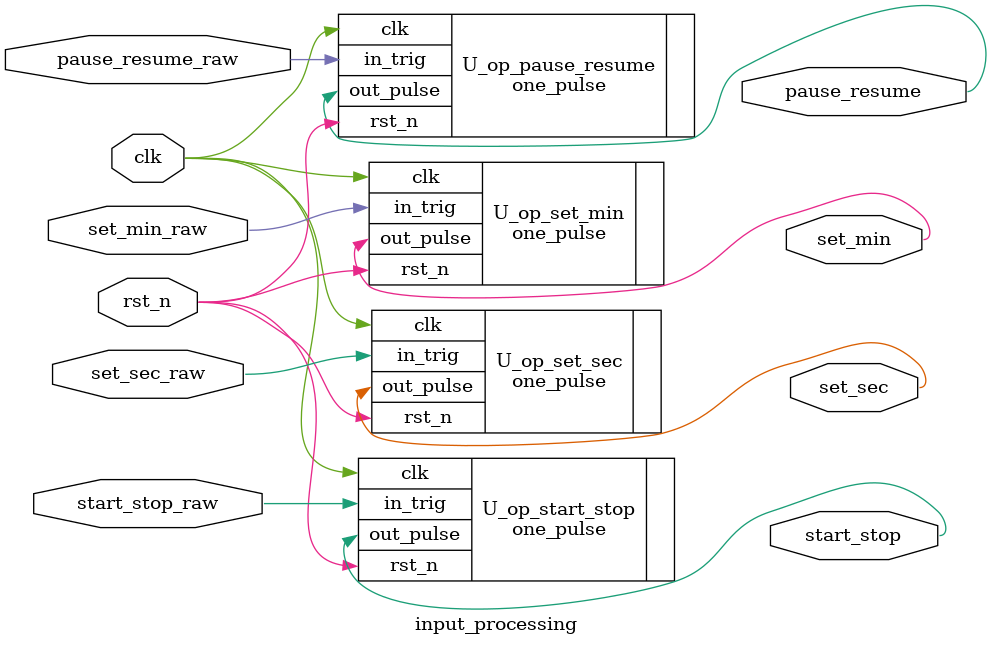
<source format=v>
module input_processing

(
    input clk,
    input rst_n,
    input start_stop_raw,
    input pause_resume_raw, 
    input set_min_raw, 
    input set_sec_raw,

    output start_stop,
    output pause_resume, 
    output set_min, 
    output set_sec
);

one_pulse U_op_start_stop
(
  .clk(clk),  // clock input
  .rst_n(rst_n), //active low reset
  .in_trig(start_stop_raw), // input trigger
  .out_pulse(start_stop) // output one pulse 
);
one_pulse U_op_pause_resume
(
  .clk(clk),  // clock input
  .rst_n(rst_n), //active low reset
  .in_trig(pause_resume_raw), // input trigger
  .out_pulse(pause_resume) // output one pulse 
);
one_pulse U_op_set_min
(
  .clk(clk),  // clock input
  .rst_n(rst_n), //active low reset
  .in_trig(set_min_raw), // input trigger
  .out_pulse(set_min) // output one pulse 
);
one_pulse U_op_set_sec
(
  .clk(clk),  // clock input
  .rst_n(rst_n), //active low reset
  .in_trig(set_sec_raw), // input trigger
  .out_pulse(set_sec) // output one pulse 
);

endmodule
</source>
